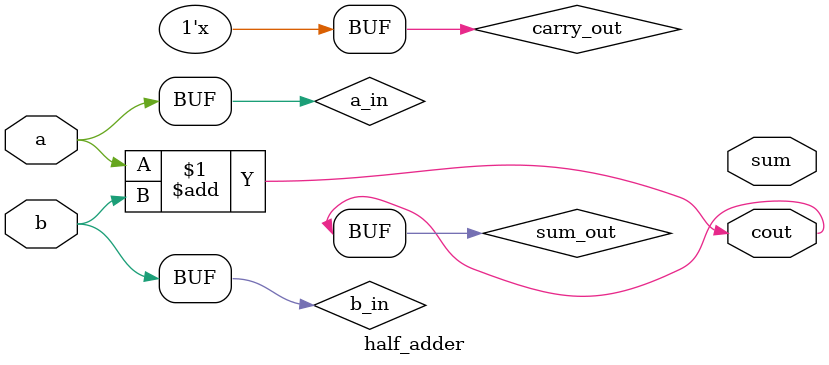
<source format=v>
module half_adder( 
input a, b,
output cout, sum );

wire a_in, b_in, sum_out, cin, carry_out;

assign a_in = a;
assign b_in = b;
assign sum_out = a_in + b_in;

assign cout = sum_out;
assign carry_out = sum_out[7];

endmodule

</source>
